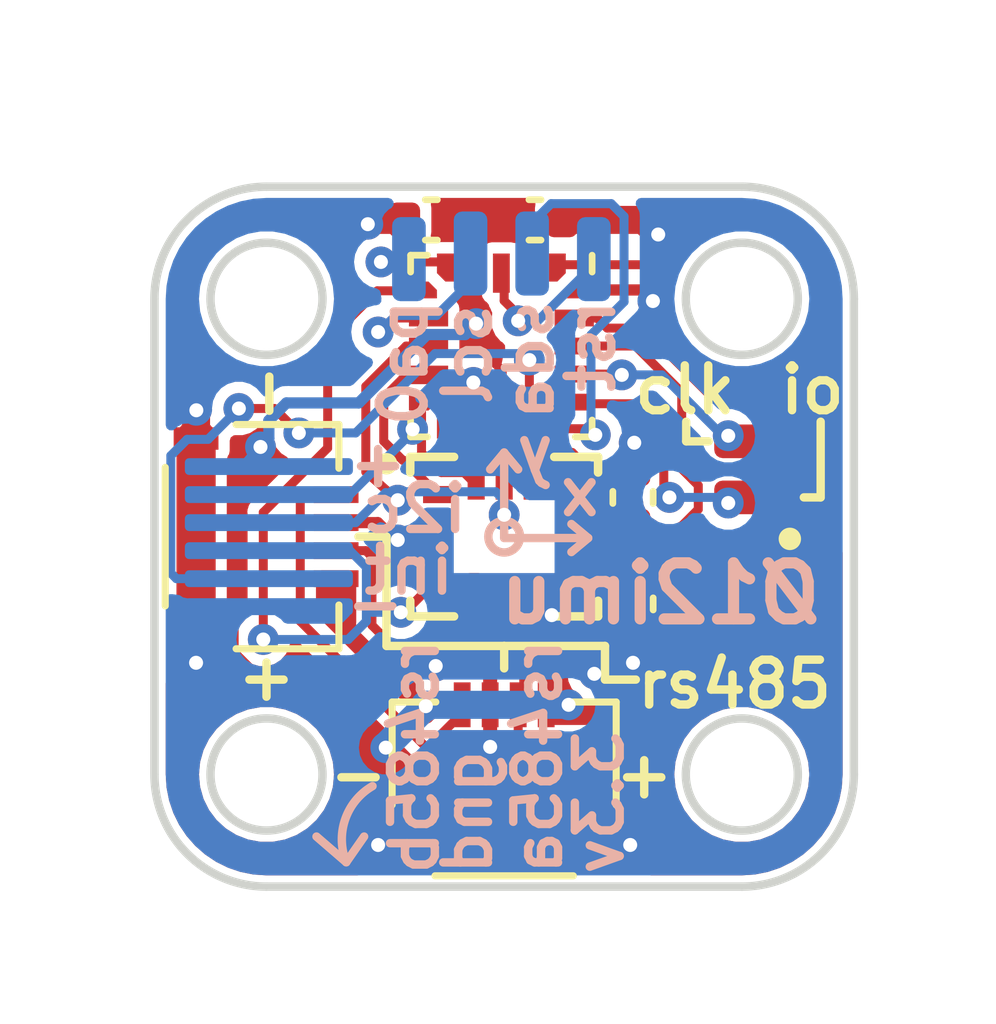
<source format=kicad_pcb>
(kicad_pcb (version 20221018) (generator pcbnew)
  (title_block (title "Ø12imu") (date "2024-03-10") (rev "1") (company "Christopher Xu"))
  (layers (0 "F.Cu" signal) (31 "B.Cu" signal) (34 "B.Paste" user) (35 "F.Paste" user) (36 "B.SilkS" user "B.Silkscreen") (37 "F.SilkS" user "F.Silkscreen") (38 "B.Mask" user) (39 "F.Mask" user) (44 "Edge.Cuts" user))
  (net 0 "")
  (net 1 "/UART_RX")
  (net 2 "/UART_DE")
  (net 3 "/UART_TX")
  (net 4 "GND")
  (net 5 "/RS485_A")
  (net 6 "/RS485_B")
  (net 7 "+3.3V")
  (net 8 "/NRST")
  (net 9 "/SWDIO")
  (net 10 "/SWCLK")
  (net 11 "/SPI_MISO")
  (net 12 "/INT1")
  (net 13 "/INT2")
  (net 14 "/SPI_CS")
  (net 15 "/SPI_SCLK{slash}SCL")
  (net 16 "/SPI_MOSI{slash}SDA")
  (net 17 "/I2C_SDA")
  (net 18 "/I2C_SCL")
  (net 20 "/PA0")
  (footprint "Package_DFN_QFN:ST_UFQFPN-20_3x3mm_P0.5mm" (layer "F.Cu") (at 49.95 46.6 -90)
    (fp_text reference "U2" hide)
    (fp_text value "STM32L011F4Ux")
    (fp_line (start -1.62 -1.62) (end -1.32 -1.62) (stroke (width 0.12)) (layer "F.SilkS"))
    (fp_line (start -1.62 1.62) (end -1.62 1.32) (stroke (width 0.12)) (layer "F.SilkS"))
    (fp_line (start -1.62 1.62) (end -1.32 1.62) (stroke (width 0.12)) (layer "F.SilkS"))
    (fp_line (start 1.62 -1.62) (end 1.32 -1.62) (stroke (width 0.12)) (layer "F.SilkS"))
    (fp_line (start 1.62 -1.62) (end 1.62 -1.32) (stroke (width 0.12)) (layer "F.SilkS"))
    (fp_line (start 1.62 1.62) (end 1.32 1.62) (stroke (width 0.12)) (layer "F.SilkS"))
    (fp_line (start 1.62 1.62) (end 1.62 1.32) (stroke (width 0.12)) (layer "F.SilkS"))
    (pad "1" smd custom (at -1.475 -1 270) (size 0.35 0.3) (layers "F.Cu" "F.Paste" "F.Mask") (net 2 "/UART_DE") (options (clearance outline) (anchor rect)) (primitives (gr_poly (pts (xy 0.325 0) (xy 0.325 0.15) (xy 0.175 0.15) (xy 0.175 -0.15)) (width 0) (fill yes))))
    (pad "2" smd rect (at -1.3 -0.5 270) (size 0.7 0.3) (layers "F.Cu" "F.Paste" "F.Mask"))
    (pad "3" smd rect (at -1.3 0 270) (size 0.7 0.3) (layers "F.Cu" "F.Paste" "F.Mask") (net 8 "/NRST"))
    (pad "4" smd rect (at -1.3 0.5 270) (size 0.7 0.3) (layers "F.Cu" "F.Paste" "F.Mask") (net 7 "+3.3V"))
    (pad "5" smd custom (at -1.475 1 270) (size 0.35 0.3) (layers "F.Cu" "F.Paste" "F.Mask") (net 20 "/PA0") (options (clearance outline) (anchor rect)) (primitives (gr_poly (pts (xy 0.325 0) (xy 0.175 0.15) (xy 0.175 -0.15) (xy 0.325 -0.15)) (width 0) (fill yes))))
    (pad "6" smd custom (at -1 1.475 270) (size 0.3 0.35) (layers "F.Cu" "F.Paste" "F.Mask") (net 12 "/INT1") (options (clearance outline) (anchor rect)) (primitives (gr_poly (pts (xy 0.15 -0.175) (xy -0.15 -0.175) (xy 0 -0.325) (xy 0.15 -0.325)) (width 0) (fill yes))))
    (pad "7" smd rect (at -0.5 1.3 270) (size 0.3 0.7) (layers "F.Cu" "F.Paste" "F.Mask") (net 18 "/I2C_SCL"))
    (pad "8" smd rect (at 0 1.3 270) (size 0.3 0.7) (layers "F.Cu" "F.Paste" "F.Mask") (net 15 "/SPI_SCLK{slash}SCL"))
    (pad "9" smd rect (at 0.5 1.3 270) (size 0.3 0.7) (layers "F.Cu" "F.Paste" "F.Mask") (net 11 "/SPI_MISO"))
    (pad "10" smd custom (at 1 1.475 270) (size 0.3 0.35) (layers "F.Cu" "F.Paste" "F.Mask") (net 16 "/SPI_MOSI{slash}SDA") (options (clearance outline) (anchor rect)) (primitives (gr_poly (pts (xy 0.15 -0.175) (xy -0.15 -0.175) (xy -0.15 -0.325) (xy 0 -0.325)) (width 0) (fill yes))))
    (pad "11" smd custom (at 1.475 1 270) (size 0.35 0.3) (layers "F.Cu" "F.Paste" "F.Mask") (net 14 "/SPI_CS") (options (clearance outline) (anchor rect)) (primitives (gr_poly (pts (xy -0.175 0.15) (xy -0.325 0) (xy -0.325 -0.15) (xy -0.175 -0.15)) (width 0) (fill yes))))
    (pad "12" smd rect (at 1.3 0.5 270) (size 0.7 0.3) (layers "F.Cu" "F.Paste" "F.Mask") (net 4 "GND"))
    (pad "13" smd rect (at 1.3 0 270) (size 0.7 0.3) (layers "F.Cu" "F.Paste" "F.Mask") (net 7 "+3.3V"))
    (pad "14" smd rect (at 1.3 -0.5 270) (size 0.7 0.3) (layers "F.Cu" "F.Paste" "F.Mask") (net 13 "/INT2"))
    (pad "15" smd custom (at 1.475 -1 270) (size 0.35 0.3) (layers "F.Cu" "F.Paste" "F.Mask") (net 17 "/I2C_SDA") (options (clearance outline) (anchor rect)) (primitives (gr_poly (pts (xy -0.175 0.15) (xy -0.325 0.15) (xy -0.325 0) (xy -0.175 -0.15)) (width 0) (fill yes))))
    (pad "16" smd custom (at 1 -1.475 270) (size 0.3 0.35) (layers "F.Cu" "F.Paste" "F.Mask") (net 9 "/SWDIO") (options (clearance outline) (anchor rect)) (primitives (gr_poly (pts (xy 0 0.325) (xy -0.15 0.325) (xy -0.15 0.175) (xy 0.15 0.175)) (width 0) (fill yes))))
    (pad "17" smd rect (at 0.5 -1.3 270) (size 0.3 0.7) (layers "F.Cu" "F.Paste" "F.Mask") (net 10 "/SWCLK"))
    (pad "18" smd rect (at 0 -1.3 270) (size 0.3 0.7) (layers "F.Cu" "F.Paste" "F.Mask") (net 3 "/UART_TX"))
    (pad "19" smd rect (at -0.5 -1.3 270) (size 0.3 0.7) (layers "F.Cu" "F.Paste" "F.Mask") (net 1 "/UART_RX"))
    (pad "20" smd custom (at -1 -1.475 270) (size 0.3 0.35) (layers "F.Cu" "F.Paste" "F.Mask") (net 4 "GND") (options (clearance outline) (anchor rect)) (primitives (gr_poly (pts (xy 0.15 0.325) (xy 0 0.325) (xy -0.15 0.175) (xy 0.15 0.175)) (width 0) (fill yes))))
  )
  (footprint "Capacitor_SMD:C_0402_1005Metric" (layer "F.Cu") (at 52.3 49.3 90)
    (fp_text reference "C3" hide)
    (fp_text value "100nF")
    (fp_line (start -0.107836 -0.36) (end 0.107836 -0.36) (stroke (width 0.12)) (layer "F.SilkS"))
    (fp_line (start -0.107836 0.36) (end 0.107836 0.36) (stroke (width 0.12)) (layer "F.SilkS"))
    (pad "1" smd roundrect (at -0.48 0 90) (size 0.56 0.62) (layers "F.Cu" "F.Paste" "F.Mask") (net 7 "+3.3V"))
    (pad "2" smd roundrect (at 0.48 0 90) (size 0.56 0.62) (layers "F.Cu" "F.Paste" "F.Mask") (net 4 "GND"))
  )
  (footprint "O12imu:TestPoint_Pad_Rect" (layer "F.Cu") (at 54.5 48.3 90)
    (fp_text reference "SWCLK1" hide)
    (fp_text value "TestPoint")
    (pad "1" smd roundrect (at 0 0 90) (size 0.6 1.5) (layers "F.Cu" "F.Mask") (net 10 "/SWCLK"))
  )
  (footprint "O12imu:LGA14-L_2P59X3P1X0P5_STM" (layer "F.Cu") (at 50 50)
    (fp_text reference "U3" hide)
    (fp_text value "LSM6DSVTR" hide)
    (fp_line (start -1.6764 -1.4224) (end -1.6764 -1.144182) (stroke (width 0.1524)) (layer "F.SilkS"))
    (fp_line (start -1.6764 1.144182) (end -1.6764 1.4224) (stroke (width 0.1524)) (layer "F.SilkS"))
    (fp_line (start -1.6764 1.4224) (end -0.89418 1.4224) (stroke (width 0.1524)) (layer "F.SilkS"))
    (fp_line (start -0.89418 -1.4224) (end -1.6764 -1.4224) (stroke (width 0.1524)) (layer "F.SilkS"))
    (fp_line (start 0.89418 1.4224) (end 1.6764 1.4224) (stroke (width 0.1524)) (layer "F.SilkS"))
    (fp_line (start 1.6764 -1.4224) (end 0.89418 -1.4224) (stroke (width 0.1524)) (layer "F.SilkS"))
    (fp_line (start 1.6764 -1.144182) (end 1.6764 -1.4224) (stroke (width 0.1524)) (layer "F.SilkS"))
    (fp_line (start 1.6764 1.4224) (end 1.6764 1.144182) (stroke (width 0.1524)) (layer "F.SilkS"))
    (fp_circle (center -2.1 -1.3) (end -1.958579 -1.3) (stroke (width 0.1)) (fill solid) (layer "F.SilkS"))
    (pad "1" smd rect locked (at -1.1811 -0.750001 90) (size 0.3048 0.5334) (layers "F.Cu" "F.Paste" "F.Mask") (net 11 "/SPI_MISO"))
    (pad "2" smd rect locked (at -1.1811 -0.25 90) (size 0.3048 0.5334) (layers "F.Cu" "F.Paste" "F.Mask") (net 4 "GND"))
    (pad "3" smd rect locked (at -1.1811 0.25 90) (size 0.3048 0.5334) (layers "F.Cu" "F.Paste" "F.Mask") (net 4 "GND"))
    (pad "4" smd rect locked (at -1.1811 0.750001 90) (size 0.3048 0.5334) (layers "F.Cu" "F.Paste" "F.Mask") (net 12 "/INT1"))
    (pad "5" smd rect locked (at -0.499999 0.9271) (size 0.3048 0.5334) (layers "F.Cu" "F.Paste" "F.Mask") (net 7 "+3.3V"))
    (pad "6" smd rect locked (at 0 0.9271) (size 0.3048 0.5334) (layers "F.Cu" "F.Paste" "F.Mask") (net 4 "GND"))
    (pad "7" smd rect locked (at 0.499999 0.9271) (size 0.3048 0.5334) (layers "F.Cu" "F.Paste" "F.Mask") (net 4 "GND"))
    (pad "8" smd rect locked (at 1.1811 0.750001 90) (size 0.3048 0.5334) (layers "F.Cu" "F.Paste" "F.Mask") (net 7 "+3.3V"))
    (pad "9" smd rect locked (at 1.1811 0.25 90) (size 0.3048 0.5334) (layers "F.Cu" "F.Paste" "F.Mask") (net 13 "/INT2"))
    (pad "10" smd rect locked (at 1.1811 -0.25 90) (size 0.3048 0.5334) (layers "F.Cu" "F.Paste" "F.Mask"))
    (pad "11" smd rect locked (at 1.1811 -0.750001 90) (size 0.3048 0.5334) (layers "F.Cu" "F.Paste" "F.Mask"))
    (pad "12" smd rect locked (at 0.499999 -0.9271) (size 0.3048 0.5334) (layers "F.Cu" "F.Paste" "F.Mask") (net 14 "/SPI_CS"))
    (pad "13" smd rect locked (at 0 -0.9271) (size 0.3048 0.5334) (layers "F.Cu" "F.Paste" "F.Mask") (net 15 "/SPI_SCLK{slash}SCL"))
    (pad "14" smd rect locked (at -0.499999 -0.9271) (size 0.3048 0.5334) (layers "F.Cu" "F.Paste" "F.Mask") (net 16 "/SPI_MOSI{slash}SDA"))
  )
  (footprint "O12imu:TE_2328702-4" (layer "F.Cu") (at 45.5 50 -90)
    (fp_text reference "J1" hide)
    (fp_text value "Conn_01x04")
    (fp_line (start -2 -1.55) (end -2 0.285) (stroke (width 0.127)) (layer "F.SilkS"))
    (fp_line (start -1.235 1.55) (end 1.235 1.55) (stroke (width 0.127)) (layer "F.SilkS"))
    (fp_line (start -1.22 -1.55) (end -2 -1.55) (stroke (width 0.127)) (layer "F.SilkS"))
    (fp_line (start 1.22 -1.55) (end 2 -1.55) (stroke (width 0.127)) (layer "F.SilkS"))
    (fp_line (start 2 -1.55) (end 2 0.285) (stroke (width 0.127)) (layer "F.SilkS"))
    (pad "1" smd rect (at 0.75 -1.5 270) (size 0.3 0.8) (layers "F.Cu" "F.Paste" "F.Mask") (net 7 "+3.3V"))
    (pad "2" smd rect (at 0.25 -1.5 270) (size 0.3 0.8) (layers "F.Cu" "F.Paste" "F.Mask") (net 5 "/RS485_A"))
    (pad "3" smd rect (at -0.25 -1.5 270) (size 0.3 0.8) (layers "F.Cu" "F.Paste" "F.Mask") (net 4 "GND"))
    (pad "4" smd rect (at -0.75 -1.5 270) (size 0.3 0.8) (layers "F.Cu" "F.Paste" "F.Mask") (net 6 "/RS485_B"))
    (pad "MP" smd rect (at -1.75 1 270) (size 0.4 0.8) (layers "F.Cu" "F.Paste" "F.Mask") (net 4 "GND"))
    (pad "MP" smd rect (at 1.75 1 270) (size 0.4 0.8) (layers "F.Cu" "F.Paste" "F.Mask") (net 4 "GND"))
  )
  (footprint "O12imu:THVD1420DRLR_SOT-585" (layer "F.Cu") (at 53.9 50.99 -90)
    (fp_text reference "U1" hide)
    (fp_text value "THVD1420DRLR")
    (fp_circle (center -0.95 -1.2) (end -0.75 -1.2) (fill solid) (layer "F.SilkS"))
    (pad "1" smd roundrect (at -0.74 -0.75 270) (size 0.67 0.3) (layers "F.Cu" "F.Paste" "F.Mask") (roundrect_rratio 0.1666666667) (net 1 "/UART_RX"))
    (pad "2" smd roundrect (at -0.74 -0.25 270) (size 0.67 0.3) (layers "F.Cu" "F.Paste" "F.Mask") (roundrect_rratio 0.1666666667) (net 2 "/UART_DE"))
    (pad "3" smd roundrect (at -0.74 0.25 270) (size 0.67 0.3) (layers "F.Cu" "F.Paste" "F.Mask") (roundrect_rratio 0.1666666667) (net 2 "/UART_DE"))
    (pad "4" smd roundrect (at -0.74 0.75 270) (size 0.67 0.3) (layers "F.Cu" "F.Paste" "F.Mask") (roundrect_rratio 0.1666666667) (net 3 "/UART_TX"))
    (pad "5" smd roundrect (at 0.74 0.75 270) (size 0.67 0.3) (layers "F.Cu" "F.Paste" "F.Mask") (roundrect_rratio 0.1666666667) (net 4 "GND"))
    (pad "6" smd roundrect (at 0.74 0.25 270) (size 0.67 0.3) (layers "F.Cu" "F.Paste" "F.Mask") (roundrect_rratio 0.1666666667) (net 5 "/RS485_A"))
    (pad "7" smd roundrect (at 0.74 -0.25 270) (size 0.67 0.3) (layers "F.Cu" "F.Paste" "F.Mask") (roundrect_rratio 0.1666666667) (net 6 "/RS485_B"))
    (pad "8" smd roundrect (at 0.74 -0.75 270) (size 0.67 0.3) (layers "F.Cu" "F.Paste" "F.Mask") (roundrect_rratio 0.1666666667) (net 7 "+3.3V"))
  )
  (footprint "O12imu:TE_2328702-4" (layer "F.Cu") (at 50 54.5)
    (fp_text reference "J2" hide)
    (fp_text value "Conn_01x04")
    (fp_line (start -2 -1.55) (end -2 0.285) (stroke (width 0.127)) (layer "F.SilkS"))
    (fp_line (start -1.235 1.55) (end 1.235 1.55) (stroke (width 0.127)) (layer "F.SilkS"))
    (fp_line (start -1.22 -1.55) (end -2 -1.55) (stroke (width 0.127)) (layer "F.SilkS"))
    (fp_line (start 1.22 -1.55) (end 2 -1.55) (stroke (width 0.127)) (layer "F.SilkS"))
    (fp_line (start 2 -1.55) (end 2 0.285) (stroke (width 0.127)) (layer "F.SilkS"))
    (pad "1" smd rect (at 0.75 -1.5) (size 0.3 0.8) (layers "F.Cu" "F.Paste" "F.Mask") (net 7 "+3.3V"))
    (pad "2" smd rect (at 0.25 -1.5) (size 0.3 0.8) (layers "F.Cu" "F.Paste" "F.Mask") (net 5 "/RS485_A"))
    (pad "3" smd rect (at -0.25 -1.5) (size 0.3 0.8) (layers "F.Cu" "F.Paste" "F.Mask") (net 4 "GND"))
    (pad "4" smd rect (at -0.75 -1.5) (size 0.3 0.8) (layers "F.Cu" "F.Paste" "F.Mask") (net 6 "/RS485_B"))
    (pad "MP" smd rect (at -1.75 1) (size 0.4 0.8) (layers "F.Cu" "F.Paste" "F.Mask") (net 4 "GND"))
    (pad "MP" smd rect (at 1.75 1) (size 0.4 0.8) (layers "F.Cu" "F.Paste" "F.Mask") (net 4 "GND"))
  )
  (footprint "Capacitor_SMD:C_0402_1005Metric" (layer "F.Cu") (at 52.3 51.2 -90)
    (fp_text reference "C4" hide)
    (fp_text value "100nF")
    (fp_line (start -0.107836 -0.36) (end 0.107836 -0.36) (stroke (width 0.12)) (layer "F.SilkS"))
    (fp_line (start -0.107836 0.36) (end 0.107836 0.36) (stroke (width 0.12)) (layer "F.SilkS"))
    (pad "1" smd roundrect (at -0.48 0 270) (size 0.56 0.62) (layers "F.Cu" "F.Paste" "F.Mask") (net 7 "+3.3V"))
    (pad "2" smd roundrect (at 0.48 0 270) (size 0.56 0.62) (layers "F.Cu" "F.Paste" "F.Mask") (net 4 "GND"))
  )
  (footprint "O12imu:TestPoint_Pad_Rect" (layer "F.Cu") (at 54.5 49.3 90)
    (fp_text reference "SWDIO1" hide)
    (fp_text value "TestPoint")
    (pad "1" smd roundrect (at 0 0 90) (size 0.6 1.5) (layers "F.Cu" "F.Mask") (net 9 "/SWDIO"))
  )
  (footprint "Capacitor_SMD:C_0402_1005Metric" (layer "F.Cu") (at 48.7 44.35 180)
    (fp_text reference "C2" hide)
    (fp_text value "1uF")
    (fp_line (start -0.107836 -0.36) (end 0.107836 -0.36) (stroke (width 0.12)) (layer "F.SilkS"))
    (fp_line (start -0.107836 0.36) (end 0.107836 0.36) (stroke (width 0.12)) (layer "F.SilkS"))
    (pad "1" smd roundrect (at -0.48 0 180) (size 0.56 0.62) (layers "F.Cu" "F.Paste" "F.Mask") (net 7 "+3.3V"))
    (pad "2" smd roundrect (at 0.48 0 180) (size 0.56 0.62) (layers "F.Cu" "F.Paste" "F.Mask") (net 4 "GND"))
  )
  (footprint "Capacitor_SMD:C_0402_1005Metric" (layer "F.Cu") (at 50.55 44.35)
    (fp_text reference "C1" hide)
    (fp_text value "1uF")
    (fp_line (start -0.107836 -0.36) (end 0.107836 -0.36) (stroke (width 0.12)) (layer "F.SilkS"))
    (fp_line (start -0.107836 0.36) (end 0.107836 0.36) (stroke (width 0.12)) (layer "F.SilkS"))
    (pad "1" smd roundrect (at -0.48 0) (size 0.56 0.62) (layers "F.Cu" "F.Paste" "F.Mask") (net 7 "+3.3V"))
    (pad "2" smd roundrect (at 0.48 0) (size 0.56 0.62) (layers "F.Cu" "F.Paste" "F.Mask") (net 4 "GND"))
  )
  (footprint "O12imu:TestPoint_Pad_Rect" (layer "B.Cu") (at 51.6 45.05 180)
    (fp_text reference "NRST1" hide)
    (fp_text value "TestPoint")
    (pad "1" smd roundrect (at 0 0 180) (size 0.6 1.5) (layers "B.Cu" "B.Mask") (net 8 "/NRST"))
  )
  (footprint "O12imu:TestPoint_Pad_Rect" (layer "B.Cu") (at 48.3 45.05 180)
    (fp_text reference "PA1" hide)
    (fp_text value "TestPoint")
    (pad "1" smd roundrect (at 0 0 180) (size 0.6 1.5) (layers "B.Cu" "B.Mask") (net 20 "/PA0"))
  )
  (footprint "O12imu:TestPoint_Pad_Rect" (layer "B.Cu") (at 50.5 44.95 180)
    (fp_text reference "I2C_SDA1" hide)
    (fp_text value "TestPoint")
    (pad "1" smd roundrect (at 0 0 180) (size 0.6 1.5) (layers "B.Cu" "B.Mask") (net 17 "/I2C_SDA"))
  )
  (footprint "O12imu:FFC_0.5mm_6p" (layer "B.Cu") (at 45.8 50)
    (fp_text reference "J3" hide)
    (fp_text value "Conn_01x06_Pin" hide)
    (pad "1" smd roundrect (at 0 1.25) (size 3 0.3) (layers "B.Cu" "B.Mask") (net 4 "GND"))
    (pad "2" smd roundrect (at 0 0.75) (size 3 0.3) (layers "B.Cu" "B.Mask") (net 13 "/INT2"))
    (pad "3" smd roundrect (at 0 0.25) (size 3 0.3) (layers "B.Cu" "B.Mask") (net 12 "/INT1"))
    (pad "4" smd roundrect (at 0 -0.25) (size 3 0.3) (layers "B.Cu" "B.Mask") (net 15 "/SPI_SCLK{slash}SCL"))
    (pad "5" smd roundrect (at 0 -0.75) (size 3 0.3) (layers "B.Cu" "B.Mask") (net 16 "/SPI_MOSI{slash}SDA"))
    (pad "6" smd roundrect (at 0 -1.25) (size 3 0.3) (layers "B.Cu" "B.Mask") (net 7 "+3.3V"))
  )
  (footprint "O12imu:TestPoint_Pad_Rect" (layer "B.Cu") (at 49.4 44.95 180)
    (fp_text reference "I2C_SDL1" hide)
    (fp_text value "TestPoint")
    (pad "1" smd roundrect (at 0 0 180) (size 0.6 1.5) (layers "B.Cu" "B.Mask") (net 18 "/I2C_SCL"))
  )
  (gr_circle (center 50 50) (end 49.8 50.2) (stroke (width 0.15)) (fill none) (layer "B.SilkS"))
  (gr_line (start 49.75 48.8) (end 50 48.5) (stroke (width 0.15)) (layer "B.SilkS"))
  (gr_line (start 50 48.5) (end 50.25 48.8) (stroke (width 0.15)) (layer "B.SilkS"))
  (gr_line (start 51.499999 50.025) (end 51.200001 50.274999) (stroke (width 0.15)) (layer "B.SilkS"))
  (gr_line (start 49.999999 50.025002) (end 51.499999 50.025) (stroke (width 0.15)) (layer "B.SilkS"))
  (gr_line (start 51.200001 49.775002) (end 51.499999 50.025) (stroke (width 0.15)) (layer "B.SilkS"))
  (gr_line (start 50 50) (end 50 48.5) (stroke (width 0.15)) (layer "B.SilkS"))
  (gr_line (start 47.180789 55.807684) (end 47.5 55.35) (stroke (width 0.15)) (layer "B.SilkS"))
  (gr_line (start 47.180789 55.807684) (end 46.65 55.35) (stroke (width 0.15)) (layer "B.SilkS"))
  (gr_arc (start 47.180789 55.807684) (mid 47.162488 55.041439) (end 47.65 54.450001) (stroke (width 0.15)) (layer "B.SilkS"))
  (gr_line (start 51.8 51.95) (end 50 51.95) (stroke (width 0.15)) (layer "F.SilkS"))
  (gr_line (start 47.9 51.95) (end 47.9 50) (stroke (width 0.15)) (layer "F.SilkS"))
  (gr_line (start 50 51.95) (end 50 52.35) (stroke (width 0.15)) (layer "F.SilkS"))
  (gr_line (start 53.25 47.95) (end 53.25 48.3) (stroke (width 0.15)) (layer "F.SilkS"))
  (gr_line (start 51.8 52.55) (end 51.8 51.95) (stroke (width 0.15)) (layer "F.SilkS"))
  (gr_line (start 55.65 49.3) (end 55.65 47.95) (stroke (width 0.15)) (layer "F.SilkS"))
  (gr_line (start 55.35 49.3) (end 55.65 49.3) (stroke (width 0.15)) (layer "F.SilkS"))
  (gr_line (start 52.35 52.55) (end 51.8 52.55) (stroke (width 0.15)) (layer "F.SilkS"))
  (gr_line (start 53.25 48.3) (end 53.65 48.3) (stroke (width 0.15)) (layer "F.SilkS"))
  (gr_line (start 50 51.95) (end 47.9 51.95) (stroke (width 0.15)) (layer "F.SilkS"))
  (gr_line (start 47.9 50) (end 47.4 50) (stroke (width 0.15)) (layer "F.SilkS"))
  (gr_line locked (start 56.242641 54.242641) (end 56.242641 45.757359) (stroke (width 0.15)) (layer "Edge.Cuts"))
  (gr_circle locked (center 54.242641 54.242641) (end 55.242641 54.242641) (stroke (width 0.15)) (fill none) (layer "Edge.Cuts"))
  (gr_arc locked (start 45.757359 56.242641) (mid 44.343146 55.656854) (end 43.757359 54.242641) (stroke (width 0.15)) (layer "Edge.Cuts"))
  (gr_arc locked (start 56.242641 54.242641) (mid 55.656843 55.656843) (end 54.242641 56.242641) (stroke (width 0.15)) (layer "Edge.Cuts"))
  (gr_circle locked (center 54.242641 45.757359) (end 55.242641 45.757359) (stroke (width 0.15)) (fill none) (layer "Edge.Cuts"))
  (gr_arc locked (start 43.757359 45.757359) (mid 44.343157 44.343157) (end 45.757359 43.757359) (stroke (width 0.15)) (layer "Edge.Cuts"))
  (gr_line locked (start 43.757359 45.757359) (end 43.757359 54.242641) (stroke (width 0.15)) (layer "Edge.Cuts"))
  (gr_circle locked (center 45.757359 54.242641) (end 46.757359 54.242641) (stroke (width 0.15)) (fill none) (layer "Edge.Cuts"))
  (gr_arc locked (start 54.242641 43.757359) (mid 55.656854 44.343146) (end 56.242641 45.757359) (stroke (width 0.15)) (layer "Edge.Cuts"))
  (gr_line locked (start 45.757359 56.242641) (end 54.242641 56.242641) (stroke (width 0.15)) (layer "Edge.Cuts"))
  (gr_circle locked (center 45.757359 45.757359) (end 46.757359 45.757359) (stroke (width 0.15)) (fill none) (layer "Edge.Cuts"))
  (gr_line locked (start 54.242641 43.757359) (end 45.757359 43.757359) (stroke (width 0.15)) (layer "Edge.Cuts"))
  (gr_text "x" (at 51.35 49.2) (layer "B.SilkS") (effects (font (size 0.8 0.8)) (justify mirror)))
  (gr_text "i2c" (at 48.4 49.5) (layer "B.SilkS") (effects (font (size 0.8 0.8)) (justify mirror)))
  (gr_text "pa0" (at 48.2 46.9 90) (layer "B.SilkS") (effects (font (size 0.8 0.8)) (justify mirror)))
  (gr_text "-" (at 47.7 51.3 -180) (layer "B.SilkS") (effects (font (size 0.8 0.8)) (justify mirror)))
  (gr_text "gnd" (at 49.35 56.1 90) (layer "B.SilkS") (effects (font (size 0.8 0.8)) (justify right mirror)))
  (gr_text "3.3v" (at 51.7 56.1 90) (layer "B.SilkS") (effects (font (size 0.8 0.8)) (justify right mirror)))
  (gr_text "Ø12imu" (at 55.75 51.6) (layer "B.SilkS") (effects (font (size 1 1) (thickness 0.2) bold) (justify left bottom mirror)))
  (gr_text "rs485a" (at 50.6 56.1 90) (layer "B.SilkS") (effects (font (size 0.8 0.8)) (justify right mirror)))
  (gr_text "rs485b" (at 48.4 56.1 90) (layer "B.SilkS") (effects (font (size 0.8 0.8)) (justify right mirror)))
  (gr_text "scl" (at 49.35 46.75 90) (layer "B.SilkS") (effects (font (size 0.8 0.8)) (justify mirror)))
  (gr_text "y" (at 50.55 48.45) (layer "B.SilkS") (effects (font (size 0.8 0.8)) (justify mirror)))
  (gr_text "rst" (at 51.55 46.6 90) (layer "B.SilkS") (effects (font (size 0.8 0.8)) (justify mirror)))
  (gr_text "+" (at 47.75 48.8 180) (layer "B.SilkS") (effects (font (size 0.8 0.8)) (justify mirror)))
  (gr_text "sda" (at 50.45 46.85 90) (layer "B.SilkS") (effects (font (size 0.8 0.8)) (justify mirror)))
  (gr_text "int" (at 48.3 50.6) (layer "B.SilkS") (effects (font (size 0.8 0.8)) (justify mirror)))
  (gr_text "clk" (at 52.25 47.85) (layer "F.SilkS") (effects (font (size 0.8 0.8) (thickness 0.15) bold) (justify left bottom)))
  (gr_text "+" (at 45.7 52.55 90) (layer "F.SilkS") (effects (font (size 0.8 0.8))))
  (gr_text "-" (at 47.4 54.35 180) (layer "F.SilkS") (effects (font (size 0.8 0.8))))
  (gr_text "-" (at 45.75 47.45 90) (layer "F.SilkS") (effects (font (size 0.8 0.8))))
  (gr_text "io" (at 54.85 47.85) (layer "F.SilkS") (effects (font (size 0.8 0.8) (thickness 0.15) bold) (justify left bottom)))
  (gr_text "rs485" (at 52.3 53.1) (layer "F.SilkS") (effects (font (size 0.8 0.8) (thickness 0.15) bold) (justify left bottom)))
  (gr_text "+" (at 52.5 54.35 -180) (layer "F.SilkS") (effects (font (size 0.8 0.8))))
  (segment (start 55.03 47.5) (end 55.498726 47.968726) (width 0.16) (layer "F.Cu") (net 1))
  (segment (start 51.66 46.1) (end 51.84 46.28) (width 0.16) (layer "F.Cu") (net 1))
  (segment (start 52.477452 46.28) (end 53.697452 47.5) (width 0.16) (layer "F.Cu") (net 1))
  (segment (start 55.498726 47.968726) (end 55.498726 49.652817) (width 0.16) (layer "F.Cu") (net 1))
  (segment (start 51.84 46.28) (end 52.477452 46.28) (width 0.16) (layer "F.Cu") (net 1))
  (segment (start 55.498726 49.652817) (end 54.941543 50.21) (width 0.16) (layer "F.Cu") (net 1))
  (segment (start 51.3 46.1) (end 51.66 46.1) (width 0.16) (layer "F.Cu") (net 1))
  (segment (start 53.697452 47.5) (end 55.03 47.5) (width 0.16) (layer "F.Cu") (net 1))
  (segment (start 54.941543 50.21) (end 54.65 50.21) (width 0.16) (layer "F.Cu") (net 1))
  (segment (start 53.75 44.35) (end 54.9 44.35) (width 0.16) (layer "F.Cu") (net 2))
  (segment (start 53.65 50.25) (end 54.15 50.25) (width 0.16) (layer "F.Cu") (net 2))
  (segment (start 54.860122 50.835) (end 54.439878 50.835) (width 0.16) (layer "F.Cu") (net 2))
  (segment (start 55.818726 45.268726) (end 55.818726 49.876396) (width 0.16) (layer "F.Cu") (net 2))
  (segment (start 50.95 45.125) (end 50.975 45.15) (width 0.16) (layer "F.Cu") (net 2))
  (segment (start 54.9 44.35) (end 55.818726 45.268726) (width 0.16) (layer "F.Cu") (net 2))
  (segment (start 55.818726 49.876396) (end 54.860122 50.835) (width 0.16) (layer "F.Cu") (net 2))
  (segment (start 54.15 50.545122) (end 54.15 50.25) (width 0.16) (layer "F.Cu") (net 2))
  (segment (start 54.439878 50.835) (end 54.15 50.545122) (width 0.16) (layer "F.Cu") (net 2))
  (segment (start 52.95 45.15) (end 53.75 44.35) (width 0.16) (layer "F.Cu") (net 2))
  (segment (start 50.975 45.15) (end 52.95 45.15) (width 0.16) (layer "F.Cu") (net 2))
  (segment (start 53.17 47.425096) (end 52.344904 46.6) (width 0.16) (layer "F.Cu") (net 3))
  (segment (start 53.15 50.21) (end 53.15 49.815) (width 0.16) (layer "F.Cu") (net 3))
  (segment (start 53.17 48.79168) (end 53.17 47.425096) (width 0.16) (layer "F.Cu") (net 3))
  (segment (start 53.465 49.08668) (end 53.17 48.79168) (width 0.16) (layer "F.Cu") (net 3))
  (segment (start 52.344904 46.6) (end 51.3 46.6) (width 0.16) (layer "F.Cu") (net 3))
  (segment (start 53.15 49.815) (end 53.16332 49.815) (width 0.16) (layer "F.Cu") (net 3))
  (segment (start 53.465 49.51332) (end 53.465 49.08668) (width 0.16) (layer "F.Cu") (net 3))
  (segment (start 53.16332 49.815) (end 53.465 49.51332) (width 0.16) (layer "F.Cu") (net 3))
  (segment (start 49.75 52.38) (end 49.677809 52.307809) (width 0.25) (layer "F.Cu") (net 4))
  (segment (start 50 50.9271) (end 50.499999 50.9271) (width 0.25) (layer "F.Cu") (net 4))
  (segment (start 48.8189 49.75) (end 48.8189 50) (width 0.25) (layer "F.Cu") (net 4))
  (segment (start 48.8189 50) (end 48.8189 50.25) (width 0.25) (layer "F.Cu") (net 4))
  (segment (start 47.993395 50) (end 48.3 50) (width 0.2) (layer "F.Cu") (net 4))
  (segment (start 52.3 51.68) (end 52.3 51.755898) (width 0.25) (layer "F.Cu") (net 4))
  (segment (start 44.5 48.25) (end 44.5 51.75) (width 0.7) (layer "F.Cu") (net 4))
  (segment (start 51.75 55.5) (end 52.25 55.5) (width 0.16) (layer "F.Cu") (net 4))
  (segment (start 52.75 51.73) (end 52.35 51.73) (width 0.25) (layer "F.Cu") (net 4))
  (segment (start 48.22 44.35) (end 47.642489 44.35) (width 0.5) (layer "F.Cu") (net 4))
  (segment (start 52.3 52.25) (end 52.3 51.745613) (width 0.25) (layer "F.Cu") (net 4))
  (segment (start 52.3 51.755898) (end 51.608925 52.446973) (width 0.25) (layer "F.Cu") (net 4))
  (segment (start 47.642489 44.35) (end 47.565971 44.426518) (width 0.16) (layer "F.Cu") (net 4))
  (segment (start 49.45 47.25) (end 49.45 47.9) (width 0.16) (layer "F.Cu") (net 4))
  (segment (start 50.85 51.4) (end 50.499999 51.399999) (width 0.25) (layer "F.Cu") (net 4))
  (segment (start 48.3 50) (end 48.8189 50) (width 0.2) (layer "F.Cu") (net 4))
  (segment (start 48.159503 50) (end 48.1 50.059503) (width 0.2) (layer "F.Cu") (net 4))
  (segment (start 52.3 48.34698) (end 52.322261 48.324719) (width 0.16) (layer "F.Cu") (net 4))
  (segment (start 52.3 51.745613) (end 52.3 51.68) (width 0.25) (layer "F.Cu") (net 4))
  (segment (start 52.3 48.82) (end 52.3 48.34698) (width 0.16) (layer "F.Cu") (net 4))
  (segment (start 52.35 51.73) (end 52.3 51.68) (width 0.25) (layer "F.Cu") (net 4))
  (segment (start 49.75 53) (end 49.75 52.38) (width 0.25) (layer "F.Cu") (net 4))
  (segment (start 44.5 48.25) (end 44.5 47.750705) (width 0.5) (layer "F.Cu") (net 4))
  (segment (start 52.489491 44.35) (end 52.749991 44.6105) (width 0.5) (layer "F.Cu") (net 4))
  (segment (start 49.677809 52.307809) (end 48.778416 52.307809) (width 0.25) (layer "F.Cu") (net 4))
  (segment (start 48.25 55.5) (end 47.75 55.5) (width 0.16) (layer "F.Cu") (net 4))
  (segment (start 48.3 50) (end 48.159503 50) (width 0.2) (layer "F.Cu") (net 4))
  (segment (start 44.5 47.750705) (end 44.505013 47.745692) (width 0.16) (layer "F.Cu") (net 4))
  (segment (start 51.425 45.6) (end 52.458211 45.6) (width 0.2) (layer "F.Cu") (net 4))
  (segment (start 52.458211 45.6) (end 52.6555 45.797289) (width 0.2) (layer "F.Cu") (net 4))
  (segment (start 47 49.75) (end 47.743395 49.75) (width 0.2) (layer "F.Cu") (net 4))
  (segment (start 51.03 44.35) (end 52.489491 44.35) (width 0.5) (layer "F.Cu") (net 4))
  (segment (start 50.499999 51.399999) (end 50.499999 50.9271) (width 0.25) (layer "F.Cu") (net 4))
  (segment (start 44.5 51.75) (end 44.5 52.25) (width 0.5) (layer "F.Cu") (net 4))
  (segment (start 53.15 51.73) (end 52.75 51.73) (width 0.25) (layer "F.Cu") (net 4))
  (segment (start 49.75 53) (end 49.75 53.6) (width 0.25) (layer "F.Cu") (net 4))
  (segment (start 47.743395 49.75) (end 47.993395 50) (width 0.2) (layer "F.Cu") (net 4))
  (via (at 52.3 52.25) (size 0.55) (drill 0.25) (layers "F.Cu" "B.Cu") (net 4))
  (via (at 44.505013 47.745692) (size 0.55) (drill 0.25) (layers "F.Cu" "B.Cu") (net 4))
  (via (at 52.749991 44.6105) (size 0.55) (drill 0.25) (layers "F.Cu" "B.Cu") (net 4))
  (via (at 49.75 53.75) (size 0.55) (drill 0.25) (layers "F.Cu" "B.Cu") (net 4))
  (via (at 48.1 50.059503) (size 0.55) (drill 0.25) (layers "F.Cu" "B.Cu") (net 4))
  (via (at 48.778416 52.307809) (size 0.55) (drill 0.25) (layers "F.Cu" "B.Cu") (net 4))
  (via (at 52.25 55.5) (size 0.55) (drill 0.25) (layers "F.Cu" "B.Cu") (net 4))
  (via (at 49.45 47.25) (size 0.55) (drill 0.25) (layers "F.Cu" "B.Cu") (net 4))
  (via (at 50.85 51.4) (size 0.55) (drill 0.25) (layers "F.Cu" "B.Cu") (net 4))
  (via (at 47.75 55.5) (size 0.55) (drill 0.25) (layers "F.Cu" "B.Cu") (net 4))
  (via (at 47.565971 44.426518) (size 0.55) (drill 0.25) (layers "F.Cu" "B.Cu") (net 4))
  (via (at 51.608925 52.446973) (size 0.55) (drill 0.25) (layers "F.Cu" "B.Cu") (net 4))
  (via (at 52.322261 48.324719) (size 0.55) (drill 0.25) (layers "F.Cu" "B.Cu") (net 4))
  (via (at 52.6555 45.797289) (size 0.55) (drill 0.25) (layers "F.Cu" "B.Cu") (net 4))
  (via (at 44.5 52.25) (size 0.55) (drill 0.25) (layers "F.Cu" "B.Cu") (net 4))
  (segment (start 47.53 50.25) (end 47 50.25) (width 0.16) (layer "F.Cu") (net 5))
  (segment (start 48.991736 51.792809) (end 48.565096 51.792809) (width 0.16) (layer "F.Cu") (net 5))
  (segment (start 47.64 50.36) (end 47.53 50.25) (width 0.16) (layer "F.Cu") (net 5))
  (segment (start 53.65 52.025122) (end 53.65 51.73) (width 0.16) (layer "F.Cu") (net 5))
  (segment (start 52.897452 52.4) (end 53.275122 52.4) (width 0.16) (layer "F.Cu") (net 5))
  (segment (start 49.141736 51.942809) (end 48.991736 51.792809) (width 0.16) (layer "F.Cu") (net 5))
  (segment (start 50.25 53) (end 50.25 53.53) (width 0.16) (layer "F.Cu") (net 5))
  (segment (start 50.25 53) (end 50.35 52.9) (width 0.16) (layer "F.Cu") (net 5))
  (segment (start 48.565096 51.792809) (end 48.407905 51.95) (width 0.16) (layer "F.Cu") (net 5))
  (segment (start 50.36 53.64) (end 51.657452 53.64) (width 0.16) (layer "F.Cu") (net 5))
  (segment (start 51.657452 53.64) (end 52.897452 52.4) (width 0.16) (layer "F.Cu") (net 5))
  (segment (start 50.25 53.53) (end 50.36 53.64) (width 0.16) (layer "F.Cu") (net 5))
  (segment (start 48.008445 51.95) (end 47.64 51.581555) (width 0.16) (layer "F.Cu") (net 5))
  (segment (start 50.35 52.9) (end 50.35 52.287437) (width 0.16) (layer "F.Cu") (net 5))
  (segment (start 50.005372 51.942809) (end 49.141736 51.942809) (width 0.16) (layer "F.Cu") (net 5))
  (segment (start 47.64 51.581555) (end 47.64 50.36) (width 0.16) (layer "F.Cu") (net 5))
  (segment (start 48.407905 51.95) (end 48.008445 51.95) (width 0.16) (layer "F.Cu") (net 5))
  (segment (start 50.35 52.287437) (end 50.005372 51.942809) (width 0.16) (layer "F.Cu") (net 5))
  (segment (start 53.275122 52.4) (end 53.65 52.025122) (width 0.16) (layer "F.Cu") (net 5))
  (segment (start 54.15 51.73) (end 54.15 52.025122) (width 0.16) (layer "F.Cu") (net 6))
  (segment (start 53.03 52.72) (end 51.79 53.96) (width 0.16) (layer "F.Cu") (net 6))
  (segment (start 46.47 49.25) (end 47 49.25) (width 0.16) (layer "F.Cu") (net 6))
  (segment (start 46.36 49.36) (end 46.47 49.25) (width 0.16) (layer "F.Cu") (net 6))
  (segment (start 51.79 53.96) (end 50.26832 53.96) (width 0.16) (layer "F.Cu") (net 6))
  (segment (start 48.625 53.775) (end 46.36 51.51) (width 0.16) (layer "F.Cu") (net 6))
  (segment (start 54.15 52.025122) (end 53.455122 52.72) (width 0.16) (layer "F.Cu") (net 6))
  (segment (start 49.25 53) (end 49.25 53.15) (width 0.16) (layer "F.Cu") (net 6))
  (segment (start 53.455122 52.72) (end 53.03 52.72) (width 0.16) (layer "F.Cu") (net 6))
  (segment (start 49.25 53.15) (end 48.625 53.775) (width 0.16) (layer "F.Cu") (net 6))
  (segment (start 46.36 51.51) (end 46.36 49.36) (width 0.16) (layer "F.Cu") (net 6))
  (segment (start 50.26832 53.96) (end 49.96332 54.265) (width 0.16) (layer "F.Cu") (net 6))
  (segment (start 49.96332 54.265) (end 49.115 54.265) (width 0.16) (layer "F.Cu") (net 6))
  (segment (start 49.115 54.265) (end 48.625 53.775) (width 0.16) (layer "F.Cu") (net 6))
  (segment (start 49.5 44.67) (end 49.18 44.35) (width 0.16) (layer "F.Cu") (net 7))
  (segment (start 50.07 44.35) (end 49.18 44.35) (width 0.5) (layer "F.Cu") (net 7))
  (segment (start 45.15 48.9) (end 45.15 51.28) (width 0.2) (layer "F.Cu") (net 7))
  (segment (start 45.15 51.28) (end 45.16 51.29) (width 0.2) (layer "F.Cu") (net 7))
  (segment (start 52.3 49.78) (end 52.3 50.72) (width 0.25) (layer "F.Cu") (net 7))
  (segment (start 52.269999 50.750001) (end 52.3 50.72) (width 0.25) (layer "F.Cu") (net 7))
  (segment (start 45.65 48.4) (end 45.15 48.9) (width 0.2) (layer "F.Cu") (net 7))
  (segment (start 45.16 52.069683) (end 46.061998 52.971681) (width 0.2) (layer "F.Cu") (net 7))
  (segment (start 47 50.75) (end 47 51.422387) (width 0.2) (layer "F.Cu") (net 7))
  (segment (start 54.65 51.434878) (end 54.370122 51.155) (width 0.16) (layer "F.Cu") (net 7))
  (segment (start 52.69 51.11) (end 54.19869 51.11) (width 0.25) (layer "F.Cu") (net 7))
  (segment (start 50.75 53) (end 51.15 53) (width 0.25) (layer "F.Cu") (net 7))
  (segment (start 49.5 46.2) (end 49.5 44.67) (width 0.16) (layer "F.Cu") (net 7))
  (segment (start 54.65 51.73) (end 54.65 51.434878) (width 0.16) (layer "F.Cu") (net 7))
  (segment (start 54.370122 51.155) (end 54.24369 51.155) (width 0.16) (layer "F.Cu") (net 7))
  (segment (start 45.16 51.29) (end 45.16 52.069683) (width 0.2) (layer "F.Cu") (net 7))
  (segment (start 49.997195 51.4538) (end 50.75 52.206605) (width 0.2) (layer "F.Cu") (net 7))
  (segment (start 54.24369 51.155) (end 54.19869 51.11) (width 0.16) (layer "F.Cu") (net 7))
  (segment (start 49.5876 51.4538) (end 49.997195 51.4538) (width 0.2) (layer "F.Cu") (net 7))
  (segment (start 50.75 53) (end 50.75 52.35) (width 0.25) (layer "F.Cu") (net 7))
  (segment (start 51.4 50.968901) (end 51.1811 50.750001) (width 0.2) (layer "F.Cu") (net 7))
  (segment (start 47.094067 52.971681) (end 47.886193 53.763807) (width 0.2) (layer "F.Cu") (net 7))
  (segment (start 49.965 47.885) (end 49.95 47.9) (width 0.16) (layer "F.Cu") (net 7))
  (segment (start 49.500001 51.366201) (end 49.5876 51.4538) (width 0.2) (layer "F.Cu") (net 7))
  (segment (start 51.4 51.9) (end 51.4 50.968901) (width 0.2) (layer "F.Cu") (net 7))
  (segment (start 49.5 46.2) (end 49.5 46.57168) (width 0.16) (layer "F.Cu") (net 7))
  (segment (start 49.5 46.57168) (end 49.965 47.03668) (width 0.16) (layer "F.Cu") (net 7))
  (segment (start 50.75 52.35) (end 50.95 52.35) (width 0.2) (layer "F.Cu") (net 7))
  (segment (start 50.75 52.206605) (end 50.75 52.35) (width 0.2) (layer "F.Cu") (net 7))
  (segment (start 52.3 50.72) (end 52.69 51.11) (width 0.25) (layer "F.Cu") (net 7))
  (segment (start 51.1811 50.750001) (end 52.269999 50.750001) (width 0.25) (layer "F.Cu") (net 7))
  (segment (start 50.95 52.35) (end 51.4 51.9) (width 0.2) (layer "F.Cu") (net 7))
  (segment (start 46.061998 52.971681) (end 47.094067 52.971681) (width 0.2) (layer "F.Cu") (net 7))
  (segment (start 49.965 47.03668) (end 49.965 47.885) (width 0.16) (layer "F.Cu") (net 7))
  (segment (start 47 51.422387) (end 48.60151 53.023897) (width 0.2) (layer "F.Cu") (net 7))
  (segment (start 49.500001 50.9271) (end 49.500001 51.366201) (width 0.2) (layer "F.Cu") (net 7))
  (via (at 49.5 46.2) (size 0.55) (drill 0.25) (layers "F.Cu" "B.Cu") (net 7))
  (via (at 48.60151 53.023897) (size 0.55) (drill 0.25) (layers "F.Cu" "B.Cu") (net 7))
  (via (at 51.15 53) (size 0.55) (drill 0.25) (layers "F.Cu" "B.Cu") (net 7))
  (via (at 45.65 48.4) (size 0.55) (drill 0.25) (layers "F.Cu" "B.Cu") (net 7))
  (via (at 47.886193 53.763807) (size 0.55) (drill 0.25) (layers "F.Cu" "B.Cu") (net 7))
  (segment (start 45.65 48.4) (end 45.7995 48.2505) (width 0.2) (layer "B.Cu") (net 7))
  (segment (start 45.7995 48.2505) (end 45.7995 47.928395) (width 0.2) (layer "B.Cu") (net 7))
  (segment (start 45.7995 47.928395) (end 46.112895 47.615) (width 0.2) (layer "B.Cu") (net 7))
  (segment (start 47.404168 47.615) (end 48.624168 46.395) (width 0.2) (layer "B.Cu") (net 7))
  (segment (start 47.886193 53.763807) (end 47.886193 53.739214) (width 0.2) (layer "B.Cu") (net 7))
  (segment (start 45.361365 48.75) (end 45.8 48.75) (width 0.2) (layer "B.Cu") (net 7))
  (segment (start 48.625407 53) (end 51.15 53) (width 0.5) (layer "B.Cu") (net 7))
  (segment (start 49.305 46.395) (end 49.5 46.2) (width 0.2) (layer "B.Cu") (net 7))
  (segment (start 46.112895 47.615) (end 47.404168 47.615) (width 0.2) (layer "B.Cu") (net 7))
  (segment (start 45.65 48.4) (end 45.361365 48.75) (width 0.2) (layer "B.Cu") (net 7))
  (segment (start 48.60151 53.023897) (end 48.625407 53) (width 0.2) (layer "B.Cu") (net 7))
  (segment (start 48.624168 46.395) (end 49.305 46.395) (width 0.2) (layer "B.Cu") (net 7))
  (segment (start 47.886193 53.739214) (end 48.60151 53.023897) (width 0.5) (layer "B.Cu") (net 7))
  (segment (start 50.25 46.15) (end 50.357685 46.15) (width 0.16) (layer "F.Cu") (net 8))
  (segment (start 50.357685 46.15) (end 50 45.792315) (width 0.16) (layer "F.Cu") (net 8))
  (segment (start 50 45.792315) (end 50 45.3) (width 0.16) (layer "F.Cu") (net 8))
  (via (at 50.25 46.15) (size 0.55) (drill 0.25) (layers "F.Cu" "B.Cu") (net 8))
  (segment (start 50.601543 46.15) (end 51.6 45.151543) (width 0.16) (layer "B.Cu") (net 8))
  (segment (start 50.25 46.15) (end 50.601543 46.15) (width 0.16) (layer "B.Cu") (net 8))
  (segment (start 51.6 45.151543) (end 51.6 45.05) (width 0.16) (layer "B.Cu") (net 8))
  (segment (start 52.7295 47.6295) (end 51.5045 47.6295) (width 0.16) (layer "F.Cu") (net 9))
  (segment (start 52.85 49.2) (end 52.85 47.75) (width 0.16) (layer "F.Cu") (net 9))
  (segment (start 51.5045 47.6295) (end 51.475 47.6) (width 0.16) (layer "F.Cu") (net 9))
  (segment (start 52.95 49.3) (end 52.85 49.2) (width 0.16) (layer "F.Cu") (net 9))
  (segment (start 52.85 47.75) (end 52.7295 47.6295) (width 0.16) (layer "F.Cu") (net 9))
  (via (at 52.95 49.3) (size 0.55) (drill 0.25) (layers "F.Cu" "B.Cu") (net 9))
  (via (at 54 49.4) (size 0.55) (drill 0.25) (layers "F.Cu" "B.Cu") (net 9))
  (segment (start 54 49.3) (end 52.95 49.3) (width 0.16) (layer "B.Cu") (net 9))
  (segment (start 52.1 47.1145) (end 51.9355 47.1) (width 0.16) (layer "F.Cu") (net 10))
  (segment (start 51.9355 47.1) (end 51.3 47.1) (width 0.16) (layer "F.Cu") (net 10))
  (via (at 52.1 47.1145) (size 0.55) (drill 0.25) (layers "F.Cu" "B.Cu") (net 10))
  (via (at 54 48.2) (size 0.55) (drill 0.25) (layers "F.Cu" "B.Cu") (net 10))
  (segment (start 52.1 47.1145) (end 52.8145 47.1145) (width 0.16) (layer "B.Cu") (net 10))
  (segment (start 52.8145 47.1145) (end 54 48.3) (width 0.16) (layer "B.Cu") (net 10))
  (segment (start 48.7 47.2) (end 48.17 47.2) (width 0.16) (layer "F.Cu") (net 11))
  (segment (start 48.18948 48.637548) (end 48.205 48.637548) (width 0.16) (layer "F.Cu") (net 11))
  (segment (start 47.850498 47.519502) (end 47.850498 48.298566) (width 0.16) (layer "F.Cu") (net 11))
  (segment (start 47.850498 48.298566) (end 48.18948 48.637548) (width 0.16) (layer "F.Cu") (net 11))
  (segment (start 48.17 47.2) (end 47.850498 47.519502) (width 0.16) (layer "F.Cu") (net 11))
  (segment (start 48.817451 49.249999) (end 48.8189 49.249999) (width 0.16) (layer "F.Cu") (net 11))
  (segment (start 48.205 48.637548) (end 48.817451 49.249999) (width 0.16) (layer "F.Cu") (net 11))
  (segment (start 45.7 49.567452) (end 45.7 51.8345) (width 0.16) (layer "F.Cu") (net 12))
  (segment (start 47.735 45.615) (end 46.8495 46.5005) (width 0.16) (layer "F.Cu") (net 12))
  (segment (start 46.8495 48.417952) (end 45.7 49.567452) (width 0.16) (layer "F.Cu") (net 12))
  (segment (start 48.1545 51.35) (end 48.218901 51.35) (width 0.16) (layer "F.Cu") (net 12))
  (segment (start 48.475 45.6) (end 48.46 45.615) (width 0.16) (layer "F.Cu") (net 12))
  (segment (start 48.218901 51.35) (end 48.8189 50.750001) (width 0.16) (layer "F.Cu") (net 12))
  (segment (start 48.46 45.615) (end 47.735 45.615) (width 0.16) (layer "F.Cu") (net 12))
  (segment (start 46.8495 46.5005) (end 46.8495 48.417952) (width 0.16) (layer "F.Cu") (net 12))
  (via (at 45.7 51.8345) (size 0.55) (drill 0.25) (layers "F.Cu" "B.Cu") (net 12))
  (via (at 48.1545 51.35) (size 0.55) (drill 0.25) (layers "F.Cu" "B.Cu") (net 12))
  (segment (start 47.2155 51.8345) (end 45.7 51.8345) (width 0.16) (layer "B.Cu") (net 12))
  (segment (start 47.54 51.24) (end 47.54 51.15) (width 0.16) (layer "B.Cu") (net 12))
  (segment (start 47.54 51.15) (end 47.54 51.51) (width 0.16) (layer "B.Cu") (net 12))
  (segment (start 48.1545 51.35) (end 47.65 51.35) (width 0.16) (layer "B.Cu") (net 12))
  (segment (start 47.245477 50.25) (end 47.54 50.544523) (width 0.16) (layer "B.Cu") (net 12))
  (segment (start 47.65 51.35) (end 47.54 51.24) (width 0.16) (layer "B.Cu") (net 12))
  (segment (start 47.54 50.544523) (end 47.54 51.15) (width 0.16) (layer "B.Cu") (net 12))
  (segment (start 45.8 50.25) (end 47.245477 50.25) (width 0.16) (layer "B.Cu") (net 12))
  (segment (start 47.54 51.51) (end 47.2155 51.8345) (width 0.16) (layer "B.Cu") (net 12))
  (segment (start 50.665648 48.5) (end 50.5 48.334352) (width 0.16) (layer "F.Cu") (net 13))
  (segment (start 51.6878 50.0546) (end 51.6878 48.972699) (width 0.16) (layer "F.Cu") (net 13))
  (segment (start 51.6878 48.972699) (end 51.215101 48.5) (width 0.16) (layer "F.Cu") (net 13))
  (segment (start 51.4924 50.25) (end 51.6878 50.0546) (width 0.16) (layer "F.Cu") (net 13))
  (segment (start 46.3345 48.15) (end 46.2 48.15) (width 0.16) (layer "F.Cu") (net 13))
  (segment (start 45.89866 47.71416) (end 46.3345 48.15) (width 0.16) (layer "F.Cu") (net 13))
  (segment (start 45.26416 47.71416) (end 45.89866 47.71416) (width 0.16) (layer "F.Cu") (net 13))
  (segment (start 51.1811 50.25) (end 51.4924 50.25) (width 0.16) (layer "F.Cu") (net 13))
  (segment (start 50.5 48.334352) (end 50.5 47.9) (width 0.16) (layer "F.Cu") (net 13))
  (segment (start 50.45 47.9) (end 50.45 46.85) (width 0.16) (layer "F.Cu") (net 13))
  (segment (start 51.215101 48.5) (end 50.665648 48.5) (width 0.16) (layer "F.Cu") (net 13))
  (via (at 46.3345 48.15) (size 0.55) (drill 0.25) (layers "F.Cu" "B.Cu") (net 13))
  (via (at 50.45 46.85) (size 0.55) (drill 0.25) (layers "F.Cu" "B.Cu") (net 13))
  (via (at 45.26416 47.71416) (size 0.55) (drill 0.25) (layers "F.Cu" "B.Cu") (net 13))
  (segment (start 44.05 48.554523) (end 44.05 50.65) (width 0.16) (layer "B.Cu") (net 13))
  (segment (start 44.339523 48.265) (end 44.05 48.554523) (width 0.16) (layer "B.Cu") (net 13))
  (segment (start 48.765 46.735) (end 50.335 46.735) (width 0.16) (layer "B.Cu") (net 13))
  (segment (start 44.05 50.65) (end 44.15 50.75) (width 0.16) (layer "B.Cu") (net 13))
  (segment (start 46.3345 48.15) (end 47.35 48.15) (width 0.16) (layer "B.Cu") (net 13))
  (segment (start 50.335 46.735) (end 50.45 46.85) (width 0.16) (layer "B.Cu") (net 13))
  (segment (start 47.35 48.15) (end 48.765 46.735) (width 0.16) (layer "B.Cu") (net 13))
  (segment (start 44.15 50.75) (end 45.8 50.75) (width 0.16) (layer "B.Cu") (net 13))
  (segment (start 45.26416 47.71416) (end 44.71332 48.265) (width 0.16) (layer "B.Cu") (net 13))
  (segment (start 44.71332 48.265) (end 44.339523 48.265) (width 0.16) (layer "B.Cu") (net 13))
  (segment (start 50.2131 48.5) (end 49.12 48.5) (width 0.16) (layer "F.Cu") (net 14))
  (segment (start 49 48.38) (end 49 48.075) (width 0.16) (layer "F.Cu") (net 14))
  (segment (start 50.499999 48.786899) (end 50.2131 48.5) (width 0.16) (layer "F.Cu") (net 14))
  (segment (start 50.499999 49.0729) (end 50.499999 48.786899) (width 0.16) (layer "F.Cu") (net 14))
  (segment (start 49.12 48.5) (end 49 48.38) (width 0.16) (layer "F.Cu") (net 14))
  (segment (start 48.25 46.6) (end 48.65 46.6) (width 0.16) (layer "F.Cu") (net 15))
  (segment (start 47.530498 47.319502) (end 48.25 46.6) (width 0.16) (layer "F.Cu") (net 15))
  (segment (start 47.530498 48.845996) (end 47.530498 47.319502) (width 0.16) (layer "F.Cu") (net 15))
  (segment (start 50 49.600092) (end 50 49.0729) (width 0.16) (layer "F.Cu") (net 15))
  (segment (start 48.1 49.35) (end 47.530498 48.845996) (width 0.16) (layer "F.Cu") (net 15))
  (via (at 50 49.61) (size 0.55) (drill 0.25) (layers "F.Cu" "B.Cu") (net 15))
  (via (at 48.1 49.35) (size 0.55) (drill 0.25) (layers "F.Cu" "B.Cu") (net 15))
  (segment (start 47.886764 49.213237) (end 47.35 49.75) (width 0.16) (layer "B.Cu") (net 15))
  (segment (start 50 49.61) (end 50 49.35) (width 0.16) (layer "B.Cu") (net 15))
  (segment (start 48.25 49.2) (end 48.1 49.35) (width 0.16) (layer "B.Cu") (net 15))
  (segment (start 47.35 49.75) (end 45.8 49.75) (width 0.16) (layer "B.Cu") (net 15))
  (segment (start 48.1 49.35) (end 47.886764 49.213237) (width 0.16) (layer "B.Cu") (net 15))
  (segment (start 49.85 49.2) (end 48.25 49.2) (width 0.16) (layer "B.Cu") (net 15))
  (segment (start 50 49.35) (end 49.85 49.2) (width 0.16) (layer "B.Cu") (net 15))
  (segment (start 48.475 47.975744) (end 48.475 47.6) (width 0.16) (layer "F.Cu") (net 16))
  (segment (start 48.525 47.7) (end 48.525 48.505) (width 0.16) (layer "F.Cu") (net 16))
  (segment (start 48.525 48.505) (end 48.877599 48.857599) (width 0.16) (layer "F.Cu") (net 16))
  (segment (start 48.365498 48.085246) (end 48.475 47.975744) (width 0.16) (layer "F.Cu") (net 16))
  (segment (start 49.2847 48.857599) (end 49.500001 49.0729) (width 0.16) (layer "F.Cu") (net 16))
  (segment (start 48.877599 48.857599) (end 49.2847 48.857599) (width 0.16) (layer "F.Cu") (net 16))
  (via (at 48.365498 48.085246) (size 0.55) (drill 0.25) (layers "F.Cu" "B.Cu") (net 16))
  (segment (start 48.365498 48.129979) (end 48.365498 48.085246) (width 0.16) (layer "B.Cu") (net 16))
  (segment (start 47.245477 49.25) (end 48.365498 48.129979) (width 0.16) (layer "B.Cu") (net 16))
  (segment (start 45.8 49.25) (end 47.245477 49.25) (width 0.16) (layer "B.Cu") (net 16))
  (segment (start 51 48.075) (end 51.517714 48.075) (width 0.16) (layer "F.Cu") (net 17))
  (segment (start 51.517714 48.075) (end 51.62683 48.184116) (width 0.16) (layer "F.Cu") (net 17))
  (via (at 51.62683 48.184116) (size 0.55) (drill 0.25) (layers "F.Cu" "B.Cu") (net 17))
  (segment (start 50.5 44.4) (end 50.84 44.06) (width 0.16) (layer "B.Cu") (net 17))
  (segment (start 51.55 48.107286) (end 51.62683 48.184116) (width 0.16) (layer "B.Cu") (net 17))
  (segment (start 51.55 46.401543) (end 51.55 48.107286) (width 0.16) (layer "B.Cu") (net 17))
  (segment (start 51.911543 44.06) (end 52.14 44.288457) (width 0.16) (layer "B.Cu") (net 17))
  (segment (start 50.84 44.06) (end 51.911543 44.06) (width 0.16) (layer "B.Cu") (net 17))
  (segment (start 52.14 45.811543) (end 51.55 46.401543) (width 0.16) (layer "B.Cu") (net 17))
  (segment (start 52.14 44.288457) (end 52.14 45.811543) (width 0.16) (layer "B.Cu") (net 17))
  (segment (start 50.5 44.95) (end 50.5 44.4) (width 0.16) (layer "B.Cu") (net 17))
  (segment (start 48.028235 46.1) (end 48.65 46.1) (width 0.16) (layer "F.Cu") (net 18))
  (segment (start 47.75 46.35) (end 48.028235 46.1) (width 0.16) (layer "F.Cu") (net 18))
  (via (at 47.75 46.35) (size 0.55) (drill 0.25) (layers "F.Cu" "B.Cu") (net 18))
  (segment (start 49.4 45.45) (end 49.4 44.95) (width 0.16) (layer "B.Cu") (net 18))
  (segment (start 48.073235 46.055) (end 48.795 46.055) (width 0.16) (layer "B.Cu") (net 18))
  (segment (start 47.75 46.35) (end 48.073235 46.055) (width 0.16) (layer "B.Cu") (net 18))
  (segment (start 48.795 46.055) (end 49.4 45.45) (width 0.16) (layer "B.Cu") (net 18))
  (segment (start 48.975 45.1) (end 47.8 45.1) (width 0.16) (layer "F.Cu") (net 20))
  (segment (start 49 45.125) (end 48.975 45.1) (width 0.16) (layer "F.Cu") (net 20))
  (via (at 47.8 45.1) (size 0.55) (drill 0.25) (layers "F.Cu" "B.Cu") (net 20))
  (segment (start 47.8 45.1) (end 48.3 45.1) (width 0.16) (layer "B.Cu") (net 20))
  (zone (net 7) (net_name "+3.3V") (layer "F.Cu") (connect_pads yes (clearance 0.2)) (min_thickness 0.2) (fill yes (thermal_gap 0.5) (thermal_bridge_width 0.5))
    (polygon (pts (xy 43 43.15) (xy 58.3 43.15) (xy 57.8 58.7) (xy 41 57.75)))
  )
  (zone (net 0) (net_name "") (layers "F&B.Cu") (connect_pads (clearance 0)) (min_thickness 0.25)
    (keepout (tracks allowed) (vias allowed) (pads allowed) (copperpour not_allowed) (footprints allowed))
    (fill (thermal_gap 0.5) (thermal_bridge_width 0.5))
    (polygon (pts (xy 49.1 49.35) (xy 50.9 49.35) (xy 50.9 50.65) (xy 49.1 50.65)))
  )
  (zone (net 4) (net_name "GND") (layer "B.Cu") (connect_pads yes (clearance 0.2)) (min_thickness 0.2) (fill yes (thermal_gap 0.5) (thermal_bridge_width 0.5))
    (polygon (pts (xy 43.5 42.8) (xy 58.8 42.8) (xy 58.3 58.35) (xy 41.5 57.4)))
  )
)
</source>
